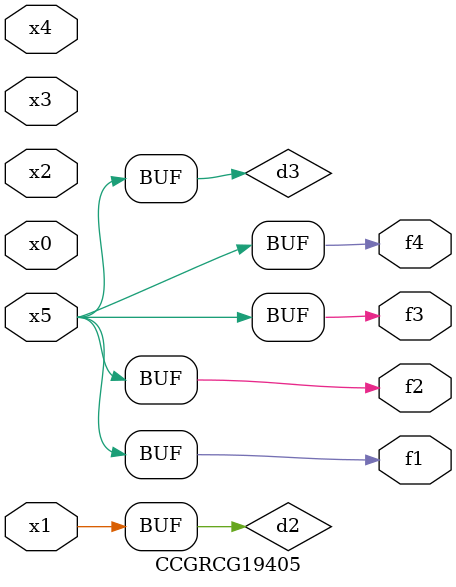
<source format=v>
module CCGRCG19405(
	input x0, x1, x2, x3, x4, x5,
	output f1, f2, f3, f4
);

	wire d1, d2, d3;

	not (d1, x5);
	or (d2, x1);
	xnor (d3, d1);
	assign f1 = d3;
	assign f2 = d3;
	assign f3 = d3;
	assign f4 = d3;
endmodule

</source>
